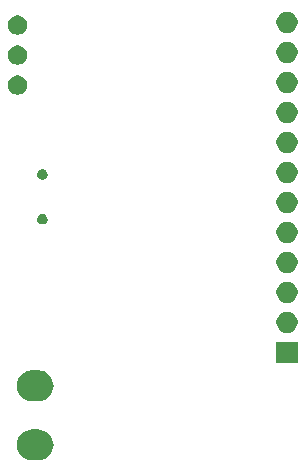
<source format=gbr>
G04 #@! TF.GenerationSoftware,KiCad,Pcbnew,5.1.5+dfsg1-2build2*
G04 #@! TF.CreationDate,2021-03-04T23:41:53+01:00*
G04 #@! TF.ProjectId,t100-usb,74313030-2d75-4736-922e-6b696361645f,rev?*
G04 #@! TF.SameCoordinates,Original*
G04 #@! TF.FileFunction,Soldermask,Bot*
G04 #@! TF.FilePolarity,Negative*
%FSLAX46Y46*%
G04 Gerber Fmt 4.6, Leading zero omitted, Abs format (unit mm)*
G04 Created by KiCad (PCBNEW 5.1.5+dfsg1-2build2) date 2021-03-04 23:41:53*
%MOMM*%
%LPD*%
G04 APERTURE LIST*
%ADD10C,0.100000*%
G04 APERTURE END LIST*
D10*
G36*
X86409473Y-96708413D02*
G01*
X86505040Y-96717825D01*
X86750280Y-96792218D01*
X86976294Y-96913025D01*
X87027899Y-96955376D01*
X87174397Y-97075603D01*
X87294624Y-97222101D01*
X87336975Y-97273706D01*
X87457782Y-97499720D01*
X87532175Y-97744960D01*
X87557294Y-98000000D01*
X87532175Y-98255040D01*
X87457782Y-98500280D01*
X87336975Y-98726294D01*
X87294624Y-98777899D01*
X87174397Y-98924397D01*
X87027899Y-99044624D01*
X86976294Y-99086975D01*
X86750280Y-99207782D01*
X86505040Y-99282175D01*
X86409473Y-99291587D01*
X86313906Y-99301000D01*
X85686094Y-99301000D01*
X85590527Y-99291587D01*
X85494960Y-99282175D01*
X85249720Y-99207782D01*
X85023706Y-99086975D01*
X84972101Y-99044624D01*
X84825603Y-98924397D01*
X84705376Y-98777899D01*
X84663025Y-98726294D01*
X84542218Y-98500280D01*
X84467825Y-98255040D01*
X84442706Y-98000000D01*
X84467825Y-97744960D01*
X84542218Y-97499720D01*
X84663025Y-97273706D01*
X84705376Y-97222101D01*
X84825603Y-97075603D01*
X84972101Y-96955376D01*
X85023706Y-96913025D01*
X85249720Y-96792218D01*
X85494960Y-96717825D01*
X85590527Y-96708413D01*
X85686094Y-96699000D01*
X86313906Y-96699000D01*
X86409473Y-96708413D01*
G37*
G36*
X86409473Y-91708413D02*
G01*
X86505040Y-91717825D01*
X86750280Y-91792218D01*
X86976294Y-91913025D01*
X87027899Y-91955376D01*
X87174397Y-92075603D01*
X87294624Y-92222101D01*
X87336975Y-92273706D01*
X87457782Y-92499720D01*
X87532175Y-92744960D01*
X87557294Y-93000000D01*
X87532175Y-93255040D01*
X87457782Y-93500280D01*
X87336975Y-93726294D01*
X87294624Y-93777899D01*
X87174397Y-93924397D01*
X87027899Y-94044624D01*
X86976294Y-94086975D01*
X86750280Y-94207782D01*
X86505040Y-94282175D01*
X86409472Y-94291588D01*
X86313906Y-94301000D01*
X85686094Y-94301000D01*
X85590528Y-94291588D01*
X85494960Y-94282175D01*
X85249720Y-94207782D01*
X85023706Y-94086975D01*
X84972101Y-94044624D01*
X84825603Y-93924397D01*
X84705376Y-93777899D01*
X84663025Y-93726294D01*
X84542218Y-93500280D01*
X84467825Y-93255040D01*
X84442706Y-93000000D01*
X84467825Y-92744960D01*
X84542218Y-92499720D01*
X84663025Y-92273706D01*
X84705376Y-92222101D01*
X84825603Y-92075603D01*
X84972101Y-91955376D01*
X85023706Y-91913025D01*
X85249720Y-91792218D01*
X85494960Y-91717825D01*
X85590527Y-91708413D01*
X85686094Y-91699000D01*
X86313906Y-91699000D01*
X86409473Y-91708413D01*
G37*
G36*
X108216000Y-91071000D02*
G01*
X106414000Y-91071000D01*
X106414000Y-89269000D01*
X108216000Y-89269000D01*
X108216000Y-91071000D01*
G37*
G36*
X107428512Y-86733927D02*
G01*
X107577812Y-86763624D01*
X107741784Y-86831544D01*
X107889354Y-86930147D01*
X108014853Y-87055646D01*
X108113456Y-87203216D01*
X108181376Y-87367188D01*
X108216000Y-87541259D01*
X108216000Y-87718741D01*
X108181376Y-87892812D01*
X108113456Y-88056784D01*
X108014853Y-88204354D01*
X107889354Y-88329853D01*
X107741784Y-88428456D01*
X107577812Y-88496376D01*
X107428512Y-88526073D01*
X107403742Y-88531000D01*
X107226258Y-88531000D01*
X107201488Y-88526073D01*
X107052188Y-88496376D01*
X106888216Y-88428456D01*
X106740646Y-88329853D01*
X106615147Y-88204354D01*
X106516544Y-88056784D01*
X106448624Y-87892812D01*
X106414000Y-87718741D01*
X106414000Y-87541259D01*
X106448624Y-87367188D01*
X106516544Y-87203216D01*
X106615147Y-87055646D01*
X106740646Y-86930147D01*
X106888216Y-86831544D01*
X107052188Y-86763624D01*
X107201488Y-86733927D01*
X107226258Y-86729000D01*
X107403742Y-86729000D01*
X107428512Y-86733927D01*
G37*
G36*
X107428512Y-84193927D02*
G01*
X107577812Y-84223624D01*
X107741784Y-84291544D01*
X107889354Y-84390147D01*
X108014853Y-84515646D01*
X108113456Y-84663216D01*
X108181376Y-84827188D01*
X108216000Y-85001259D01*
X108216000Y-85178741D01*
X108181376Y-85352812D01*
X108113456Y-85516784D01*
X108014853Y-85664354D01*
X107889354Y-85789853D01*
X107741784Y-85888456D01*
X107577812Y-85956376D01*
X107428512Y-85986073D01*
X107403742Y-85991000D01*
X107226258Y-85991000D01*
X107201488Y-85986073D01*
X107052188Y-85956376D01*
X106888216Y-85888456D01*
X106740646Y-85789853D01*
X106615147Y-85664354D01*
X106516544Y-85516784D01*
X106448624Y-85352812D01*
X106414000Y-85178741D01*
X106414000Y-85001259D01*
X106448624Y-84827188D01*
X106516544Y-84663216D01*
X106615147Y-84515646D01*
X106740646Y-84390147D01*
X106888216Y-84291544D01*
X107052188Y-84223624D01*
X107201488Y-84193927D01*
X107226258Y-84189000D01*
X107403742Y-84189000D01*
X107428512Y-84193927D01*
G37*
G36*
X107428512Y-81653927D02*
G01*
X107577812Y-81683624D01*
X107741784Y-81751544D01*
X107889354Y-81850147D01*
X108014853Y-81975646D01*
X108113456Y-82123216D01*
X108181376Y-82287188D01*
X108216000Y-82461259D01*
X108216000Y-82638741D01*
X108181376Y-82812812D01*
X108113456Y-82976784D01*
X108014853Y-83124354D01*
X107889354Y-83249853D01*
X107741784Y-83348456D01*
X107577812Y-83416376D01*
X107428512Y-83446073D01*
X107403742Y-83451000D01*
X107226258Y-83451000D01*
X107201488Y-83446073D01*
X107052188Y-83416376D01*
X106888216Y-83348456D01*
X106740646Y-83249853D01*
X106615147Y-83124354D01*
X106516544Y-82976784D01*
X106448624Y-82812812D01*
X106414000Y-82638741D01*
X106414000Y-82461259D01*
X106448624Y-82287188D01*
X106516544Y-82123216D01*
X106615147Y-81975646D01*
X106740646Y-81850147D01*
X106888216Y-81751544D01*
X107052188Y-81683624D01*
X107201488Y-81653927D01*
X107226258Y-81649000D01*
X107403742Y-81649000D01*
X107428512Y-81653927D01*
G37*
G36*
X107428512Y-79113927D02*
G01*
X107577812Y-79143624D01*
X107741784Y-79211544D01*
X107889354Y-79310147D01*
X108014853Y-79435646D01*
X108113456Y-79583216D01*
X108181376Y-79747188D01*
X108216000Y-79921259D01*
X108216000Y-80098741D01*
X108181376Y-80272812D01*
X108113456Y-80436784D01*
X108014853Y-80584354D01*
X107889354Y-80709853D01*
X107741784Y-80808456D01*
X107577812Y-80876376D01*
X107428512Y-80906073D01*
X107403742Y-80911000D01*
X107226258Y-80911000D01*
X107201488Y-80906073D01*
X107052188Y-80876376D01*
X106888216Y-80808456D01*
X106740646Y-80709853D01*
X106615147Y-80584354D01*
X106516544Y-80436784D01*
X106448624Y-80272812D01*
X106414000Y-80098741D01*
X106414000Y-79921259D01*
X106448624Y-79747188D01*
X106516544Y-79583216D01*
X106615147Y-79435646D01*
X106740646Y-79310147D01*
X106888216Y-79211544D01*
X107052188Y-79143624D01*
X107201488Y-79113927D01*
X107226258Y-79109000D01*
X107403742Y-79109000D01*
X107428512Y-79113927D01*
G37*
G36*
X86732496Y-78464885D02*
G01*
X86814351Y-78498790D01*
X86888018Y-78548013D01*
X86950667Y-78610662D01*
X86999890Y-78684329D01*
X87033795Y-78766184D01*
X87051080Y-78853081D01*
X87051080Y-78941679D01*
X87033795Y-79028576D01*
X86999890Y-79110431D01*
X86950667Y-79184098D01*
X86888018Y-79246747D01*
X86814351Y-79295970D01*
X86732496Y-79329875D01*
X86645599Y-79347160D01*
X86557001Y-79347160D01*
X86470104Y-79329875D01*
X86388249Y-79295970D01*
X86314582Y-79246747D01*
X86251933Y-79184098D01*
X86202710Y-79110431D01*
X86168805Y-79028576D01*
X86151520Y-78941679D01*
X86151520Y-78853081D01*
X86168805Y-78766184D01*
X86202710Y-78684329D01*
X86251933Y-78610662D01*
X86314582Y-78548013D01*
X86388249Y-78498790D01*
X86470104Y-78464885D01*
X86557001Y-78447600D01*
X86645599Y-78447600D01*
X86732496Y-78464885D01*
G37*
G36*
X107428512Y-76573927D02*
G01*
X107577812Y-76603624D01*
X107741784Y-76671544D01*
X107889354Y-76770147D01*
X108014853Y-76895646D01*
X108113456Y-77043216D01*
X108181376Y-77207188D01*
X108216000Y-77381259D01*
X108216000Y-77558741D01*
X108181376Y-77732812D01*
X108113456Y-77896784D01*
X108014853Y-78044354D01*
X107889354Y-78169853D01*
X107741784Y-78268456D01*
X107577812Y-78336376D01*
X107428512Y-78366073D01*
X107403742Y-78371000D01*
X107226258Y-78371000D01*
X107201488Y-78366073D01*
X107052188Y-78336376D01*
X106888216Y-78268456D01*
X106740646Y-78169853D01*
X106615147Y-78044354D01*
X106516544Y-77896784D01*
X106448624Y-77732812D01*
X106414000Y-77558741D01*
X106414000Y-77381259D01*
X106448624Y-77207188D01*
X106516544Y-77043216D01*
X106615147Y-76895646D01*
X106740646Y-76770147D01*
X106888216Y-76671544D01*
X107052188Y-76603624D01*
X107201488Y-76573927D01*
X107226258Y-76569000D01*
X107403742Y-76569000D01*
X107428512Y-76573927D01*
G37*
G36*
X107428512Y-74033927D02*
G01*
X107577812Y-74063624D01*
X107741784Y-74131544D01*
X107889354Y-74230147D01*
X108014853Y-74355646D01*
X108113456Y-74503216D01*
X108181376Y-74667188D01*
X108216000Y-74841259D01*
X108216000Y-75018741D01*
X108181376Y-75192812D01*
X108113456Y-75356784D01*
X108014853Y-75504354D01*
X107889354Y-75629853D01*
X107741784Y-75728456D01*
X107577812Y-75796376D01*
X107428512Y-75826073D01*
X107403742Y-75831000D01*
X107226258Y-75831000D01*
X107201488Y-75826073D01*
X107052188Y-75796376D01*
X106888216Y-75728456D01*
X106740646Y-75629853D01*
X106615147Y-75504354D01*
X106516544Y-75356784D01*
X106448624Y-75192812D01*
X106414000Y-75018741D01*
X106414000Y-74841259D01*
X106448624Y-74667188D01*
X106516544Y-74503216D01*
X106615147Y-74355646D01*
X106740646Y-74230147D01*
X106888216Y-74131544D01*
X107052188Y-74063624D01*
X107201488Y-74033927D01*
X107226258Y-74029000D01*
X107403742Y-74029000D01*
X107428512Y-74033927D01*
G37*
G36*
X86735036Y-74667585D02*
G01*
X86816891Y-74701490D01*
X86890558Y-74750713D01*
X86953207Y-74813362D01*
X87002430Y-74887029D01*
X87036335Y-74968884D01*
X87053620Y-75055781D01*
X87053620Y-75144379D01*
X87036335Y-75231276D01*
X87002430Y-75313131D01*
X86953207Y-75386798D01*
X86890558Y-75449447D01*
X86816891Y-75498670D01*
X86735036Y-75532575D01*
X86648139Y-75549860D01*
X86559541Y-75549860D01*
X86472644Y-75532575D01*
X86390789Y-75498670D01*
X86317122Y-75449447D01*
X86254473Y-75386798D01*
X86205250Y-75313131D01*
X86171345Y-75231276D01*
X86154060Y-75144379D01*
X86154060Y-75055781D01*
X86171345Y-74968884D01*
X86205250Y-74887029D01*
X86254473Y-74813362D01*
X86317122Y-74750713D01*
X86390789Y-74701490D01*
X86472644Y-74667585D01*
X86559541Y-74650300D01*
X86648139Y-74650300D01*
X86735036Y-74667585D01*
G37*
G36*
X107428512Y-71493927D02*
G01*
X107577812Y-71523624D01*
X107741784Y-71591544D01*
X107889354Y-71690147D01*
X108014853Y-71815646D01*
X108113456Y-71963216D01*
X108181376Y-72127188D01*
X108216000Y-72301259D01*
X108216000Y-72478741D01*
X108181376Y-72652812D01*
X108113456Y-72816784D01*
X108014853Y-72964354D01*
X107889354Y-73089853D01*
X107741784Y-73188456D01*
X107577812Y-73256376D01*
X107428512Y-73286073D01*
X107403742Y-73291000D01*
X107226258Y-73291000D01*
X107201488Y-73286073D01*
X107052188Y-73256376D01*
X106888216Y-73188456D01*
X106740646Y-73089853D01*
X106615147Y-72964354D01*
X106516544Y-72816784D01*
X106448624Y-72652812D01*
X106414000Y-72478741D01*
X106414000Y-72301259D01*
X106448624Y-72127188D01*
X106516544Y-71963216D01*
X106615147Y-71815646D01*
X106740646Y-71690147D01*
X106888216Y-71591544D01*
X107052188Y-71523624D01*
X107201488Y-71493927D01*
X107226258Y-71489000D01*
X107403742Y-71489000D01*
X107428512Y-71493927D01*
G37*
G36*
X107428512Y-68953927D02*
G01*
X107577812Y-68983624D01*
X107741784Y-69051544D01*
X107889354Y-69150147D01*
X108014853Y-69275646D01*
X108113456Y-69423216D01*
X108181376Y-69587188D01*
X108216000Y-69761259D01*
X108216000Y-69938741D01*
X108181376Y-70112812D01*
X108113456Y-70276784D01*
X108014853Y-70424354D01*
X107889354Y-70549853D01*
X107741784Y-70648456D01*
X107577812Y-70716376D01*
X107428512Y-70746073D01*
X107403742Y-70751000D01*
X107226258Y-70751000D01*
X107201488Y-70746073D01*
X107052188Y-70716376D01*
X106888216Y-70648456D01*
X106740646Y-70549853D01*
X106615147Y-70424354D01*
X106516544Y-70276784D01*
X106448624Y-70112812D01*
X106414000Y-69938741D01*
X106414000Y-69761259D01*
X106448624Y-69587188D01*
X106516544Y-69423216D01*
X106615147Y-69275646D01*
X106740646Y-69150147D01*
X106888216Y-69051544D01*
X107052188Y-68983624D01*
X107201488Y-68953927D01*
X107226258Y-68949000D01*
X107403742Y-68949000D01*
X107428512Y-68953927D01*
G37*
G36*
X84737142Y-66758242D02*
G01*
X84885101Y-66819529D01*
X85018255Y-66908499D01*
X85131501Y-67021745D01*
X85220471Y-67154899D01*
X85281758Y-67302858D01*
X85313000Y-67459925D01*
X85313000Y-67620075D01*
X85281758Y-67777142D01*
X85220471Y-67925101D01*
X85131501Y-68058255D01*
X85018255Y-68171501D01*
X84885101Y-68260471D01*
X84737142Y-68321758D01*
X84580075Y-68353000D01*
X84419925Y-68353000D01*
X84262858Y-68321758D01*
X84114899Y-68260471D01*
X83981745Y-68171501D01*
X83868499Y-68058255D01*
X83779529Y-67925101D01*
X83718242Y-67777142D01*
X83687000Y-67620075D01*
X83687000Y-67459925D01*
X83718242Y-67302858D01*
X83779529Y-67154899D01*
X83868499Y-67021745D01*
X83981745Y-66908499D01*
X84114899Y-66819529D01*
X84262858Y-66758242D01*
X84419925Y-66727000D01*
X84580075Y-66727000D01*
X84737142Y-66758242D01*
G37*
G36*
X107428512Y-66413927D02*
G01*
X107577812Y-66443624D01*
X107741784Y-66511544D01*
X107889354Y-66610147D01*
X108014853Y-66735646D01*
X108113456Y-66883216D01*
X108181376Y-67047188D01*
X108216000Y-67221259D01*
X108216000Y-67398741D01*
X108181376Y-67572812D01*
X108113456Y-67736784D01*
X108014853Y-67884354D01*
X107889354Y-68009853D01*
X107741784Y-68108456D01*
X107577812Y-68176376D01*
X107428512Y-68206073D01*
X107403742Y-68211000D01*
X107226258Y-68211000D01*
X107201488Y-68206073D01*
X107052188Y-68176376D01*
X106888216Y-68108456D01*
X106740646Y-68009853D01*
X106615147Y-67884354D01*
X106516544Y-67736784D01*
X106448624Y-67572812D01*
X106414000Y-67398741D01*
X106414000Y-67221259D01*
X106448624Y-67047188D01*
X106516544Y-66883216D01*
X106615147Y-66735646D01*
X106740646Y-66610147D01*
X106888216Y-66511544D01*
X107052188Y-66443624D01*
X107201488Y-66413927D01*
X107226258Y-66409000D01*
X107403742Y-66409000D01*
X107428512Y-66413927D01*
G37*
G36*
X84737142Y-64218242D02*
G01*
X84885101Y-64279529D01*
X85018255Y-64368499D01*
X85131501Y-64481745D01*
X85220471Y-64614899D01*
X85281758Y-64762858D01*
X85313000Y-64919925D01*
X85313000Y-65080075D01*
X85281758Y-65237142D01*
X85220471Y-65385101D01*
X85131501Y-65518255D01*
X85018255Y-65631501D01*
X84885101Y-65720471D01*
X84737142Y-65781758D01*
X84580075Y-65813000D01*
X84419925Y-65813000D01*
X84262858Y-65781758D01*
X84114899Y-65720471D01*
X83981745Y-65631501D01*
X83868499Y-65518255D01*
X83779529Y-65385101D01*
X83718242Y-65237142D01*
X83687000Y-65080075D01*
X83687000Y-64919925D01*
X83718242Y-64762858D01*
X83779529Y-64614899D01*
X83868499Y-64481745D01*
X83981745Y-64368499D01*
X84114899Y-64279529D01*
X84262858Y-64218242D01*
X84419925Y-64187000D01*
X84580075Y-64187000D01*
X84737142Y-64218242D01*
G37*
G36*
X107428512Y-63873927D02*
G01*
X107577812Y-63903624D01*
X107741784Y-63971544D01*
X107889354Y-64070147D01*
X108014853Y-64195646D01*
X108113456Y-64343216D01*
X108181376Y-64507188D01*
X108216000Y-64681259D01*
X108216000Y-64858741D01*
X108181376Y-65032812D01*
X108113456Y-65196784D01*
X108014853Y-65344354D01*
X107889354Y-65469853D01*
X107741784Y-65568456D01*
X107577812Y-65636376D01*
X107428512Y-65666073D01*
X107403742Y-65671000D01*
X107226258Y-65671000D01*
X107201488Y-65666073D01*
X107052188Y-65636376D01*
X106888216Y-65568456D01*
X106740646Y-65469853D01*
X106615147Y-65344354D01*
X106516544Y-65196784D01*
X106448624Y-65032812D01*
X106414000Y-64858741D01*
X106414000Y-64681259D01*
X106448624Y-64507188D01*
X106516544Y-64343216D01*
X106615147Y-64195646D01*
X106740646Y-64070147D01*
X106888216Y-63971544D01*
X107052188Y-63903624D01*
X107201488Y-63873927D01*
X107226258Y-63869000D01*
X107403742Y-63869000D01*
X107428512Y-63873927D01*
G37*
G36*
X84737142Y-61678242D02*
G01*
X84885101Y-61739529D01*
X85018255Y-61828499D01*
X85131501Y-61941745D01*
X85220471Y-62074899D01*
X85281758Y-62222858D01*
X85313000Y-62379925D01*
X85313000Y-62540075D01*
X85281758Y-62697142D01*
X85220471Y-62845101D01*
X85131501Y-62978255D01*
X85018255Y-63091501D01*
X84885101Y-63180471D01*
X84737142Y-63241758D01*
X84580075Y-63273000D01*
X84419925Y-63273000D01*
X84262858Y-63241758D01*
X84114899Y-63180471D01*
X83981745Y-63091501D01*
X83868499Y-62978255D01*
X83779529Y-62845101D01*
X83718242Y-62697142D01*
X83687000Y-62540075D01*
X83687000Y-62379925D01*
X83718242Y-62222858D01*
X83779529Y-62074899D01*
X83868499Y-61941745D01*
X83981745Y-61828499D01*
X84114899Y-61739529D01*
X84262858Y-61678242D01*
X84419925Y-61647000D01*
X84580075Y-61647000D01*
X84737142Y-61678242D01*
G37*
G36*
X107428512Y-61333927D02*
G01*
X107577812Y-61363624D01*
X107741784Y-61431544D01*
X107889354Y-61530147D01*
X108014853Y-61655646D01*
X108113456Y-61803216D01*
X108181376Y-61967188D01*
X108216000Y-62141259D01*
X108216000Y-62318741D01*
X108181376Y-62492812D01*
X108113456Y-62656784D01*
X108014853Y-62804354D01*
X107889354Y-62929853D01*
X107741784Y-63028456D01*
X107577812Y-63096376D01*
X107428512Y-63126073D01*
X107403742Y-63131000D01*
X107226258Y-63131000D01*
X107201488Y-63126073D01*
X107052188Y-63096376D01*
X106888216Y-63028456D01*
X106740646Y-62929853D01*
X106615147Y-62804354D01*
X106516544Y-62656784D01*
X106448624Y-62492812D01*
X106414000Y-62318741D01*
X106414000Y-62141259D01*
X106448624Y-61967188D01*
X106516544Y-61803216D01*
X106615147Y-61655646D01*
X106740646Y-61530147D01*
X106888216Y-61431544D01*
X107052188Y-61363624D01*
X107201488Y-61333927D01*
X107226258Y-61329000D01*
X107403742Y-61329000D01*
X107428512Y-61333927D01*
G37*
M02*

</source>
